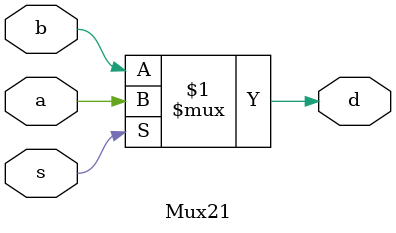
<source format=v>
`timescale 1ns / 1ps

module Mux21(a, b, s, d);
input a, b, s;
output d; 

assign d = s ? a : b;

endmodule

</source>
